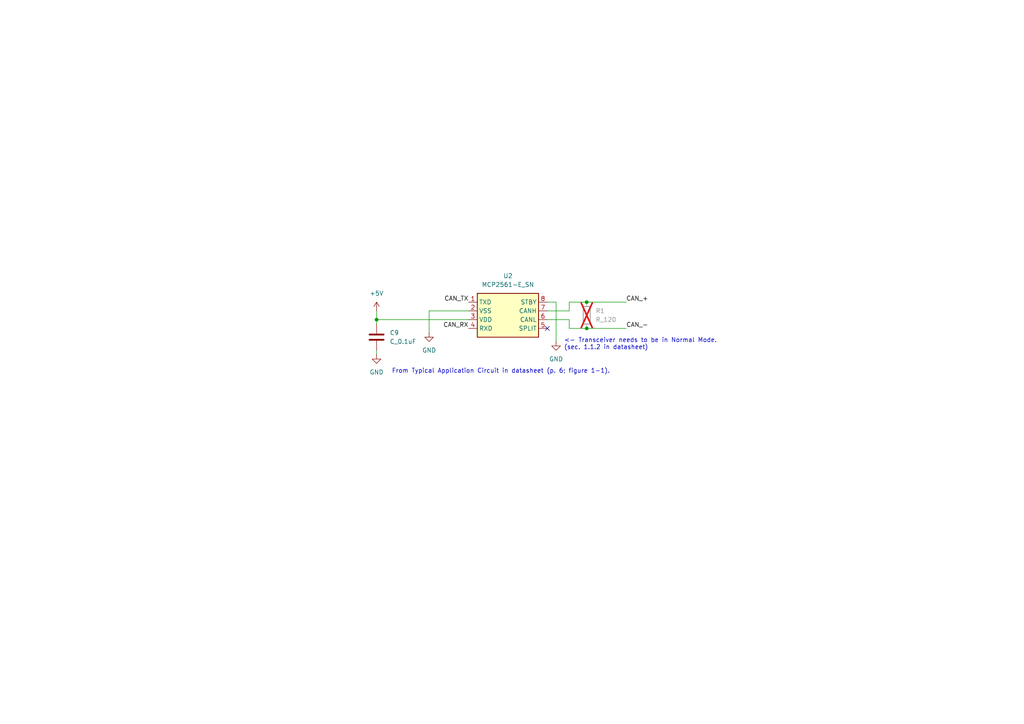
<source format=kicad_sch>
(kicad_sch
	(version 20250114)
	(generator "eeschema")
	(generator_version "9.0")
	(uuid "26802b0e-179f-46ee-ae5e-894cf6299538")
	(paper "A4")
	(lib_symbols
		(symbol "OEM:C_0.1uF_16V_0603"
			(pin_numbers
				(hide yes)
			)
			(pin_names
				(offset 0.254)
			)
			(exclude_from_sim no)
			(in_bom yes)
			(on_board yes)
			(property "Reference" "C"
				(at 0.635 2.54 0)
				(effects
					(font
						(size 1.27 1.27)
					)
					(justify left)
				)
			)
			(property "Value" "C_0.1uF_16V"
				(at 0.635 -2.54 0)
				(effects
					(font
						(size 1.27 1.27)
					)
					(justify left)
				)
			)
			(property "Footprint" "OEM:C_0603_1608Metric"
				(at 0.9652 -3.81 0)
				(effects
					(font
						(size 1.27 1.27)
					)
					(hide yes)
				)
			)
			(property "Datasheet" "https://www.mouser.com/datasheet/3/72/1/KEM_C1005_Y5V_SMD.pdf"
				(at 0 0 0)
				(effects
					(font
						(size 1.27 1.27)
					)
					(hide yes)
				)
			)
			(property "Description" "CAP CER 0.1UF 16V Y5V 0603"
				(at 0 0 0)
				(effects
					(font
						(size 1.27 1.27)
					)
					(hide yes)
				)
			)
			(property "MPN" "C0603C104Z4VACTU"
				(at 0 0 0)
				(effects
					(font
						(size 1.27 1.27)
					)
					(hide yes)
				)
			)
			(property "ki_keywords" "cap capacitor"
				(at 0 0 0)
				(effects
					(font
						(size 1.27 1.27)
					)
					(hide yes)
				)
			)
			(property "ki_fp_filters" "C_*"
				(at 0 0 0)
				(effects
					(font
						(size 1.27 1.27)
					)
					(hide yes)
				)
			)
			(symbol "C_0.1uF_16V_0603_0_1"
				(polyline
					(pts
						(xy -2.032 0.762) (xy 2.032 0.762)
					)
					(stroke
						(width 0.508)
						(type default)
					)
					(fill
						(type none)
					)
				)
				(polyline
					(pts
						(xy -2.032 -0.762) (xy 2.032 -0.762)
					)
					(stroke
						(width 0.508)
						(type default)
					)
					(fill
						(type none)
					)
				)
			)
			(symbol "C_0.1uF_16V_0603_1_1"
				(pin passive line
					(at 0 3.81 270)
					(length 2.794)
					(name "~"
						(effects
							(font
								(size 1.27 1.27)
							)
						)
					)
					(number "1"
						(effects
							(font
								(size 1.27 1.27)
							)
						)
					)
				)
				(pin passive line
					(at 0 -3.81 90)
					(length 2.794)
					(name "~"
						(effects
							(font
								(size 1.27 1.27)
							)
						)
					)
					(number "2"
						(effects
							(font
								(size 1.27 1.27)
							)
						)
					)
				)
			)
			(embedded_fonts no)
		)
		(symbol "OEM:R_120_0.1W_0603"
			(pin_numbers
				(hide yes)
			)
			(pin_names
				(offset 0)
			)
			(exclude_from_sim no)
			(in_bom yes)
			(on_board yes)
			(property "Reference" "R"
				(at 2.032 0 90)
				(effects
					(font
						(size 1.27 1.27)
					)
				)
			)
			(property "Value" "R_120_0.1W"
				(at 0 0 90)
				(effects
					(font
						(size 1.27 1.27)
					)
				)
			)
			(property "Footprint" "OEM:R_0603_1608Metric"
				(at -1.778 0 90)
				(effects
					(font
						(size 1.27 1.27)
					)
					(hide yes)
				)
			)
			(property "Datasheet" "https://www.mouser.com/datasheet/3/508/1/PYu-RC_Group_51_RoHS_L_12.pdf"
				(at 0 0 0)
				(effects
					(font
						(size 1.27 1.27)
					)
					(hide yes)
				)
			)
			(property "Description" "RES 120 OHM 1% 1/10W 0603"
				(at 0 0 0)
				(effects
					(font
						(size 1.27 1.27)
					)
					(hide yes)
				)
			)
			(property "MPN" "RC0603FR-13120RL"
				(at 0 0 0)
				(effects
					(font
						(size 1.27 1.27)
					)
					(hide yes)
				)
			)
			(property "ki_keywords" "R res resistor"
				(at 0 0 0)
				(effects
					(font
						(size 1.27 1.27)
					)
					(hide yes)
				)
			)
			(property "ki_fp_filters" "R_*"
				(at 0 0 0)
				(effects
					(font
						(size 1.27 1.27)
					)
					(hide yes)
				)
			)
			(symbol "R_120_0.1W_0603_0_1"
				(rectangle
					(start -1.016 -2.54)
					(end 1.016 2.54)
					(stroke
						(width 0.254)
						(type default)
					)
					(fill
						(type none)
					)
				)
			)
			(symbol "R_120_0.1W_0603_1_1"
				(pin passive line
					(at 0 3.81 270)
					(length 1.27)
					(name "~"
						(effects
							(font
								(size 1.27 1.27)
							)
						)
					)
					(number "1"
						(effects
							(font
								(size 1.27 1.27)
							)
						)
					)
				)
				(pin passive line
					(at 0 -3.81 90)
					(length 1.27)
					(name "~"
						(effects
							(font
								(size 1.27 1.27)
							)
						)
					)
					(number "2"
						(effects
							(font
								(size 1.27 1.27)
							)
						)
					)
				)
			)
			(embedded_fonts no)
		)
		(symbol "OEM:U_CAN-Transceiver_MCP2561-E_SN_SOIC-8"
			(exclude_from_sim no)
			(in_bom yes)
			(on_board yes)
			(property "Reference" "U2"
				(at 0 11.43 0)
				(effects
					(font
						(size 1.27 1.27)
					)
				)
			)
			(property "Value" "MCP2561-E_SN"
				(at 0 8.89 0)
				(effects
					(font
						(size 1.27 1.27)
					)
				)
			)
			(property "Footprint" "OEM:SOIC-8_3.9x4.9mm_P1.27mm"
				(at 10.16 -91.11 0)
				(effects
					(font
						(size 1.27 1.27)
					)
					(justify left top)
					(hide yes)
				)
			)
			(property "Datasheet" "https://www.mouser.com/datasheet/3/282/1/20005167C.pdf"
				(at 10.16 -191.11 0)
				(effects
					(font
						(size 1.27 1.27)
					)
					(justify left top)
					(hide yes)
				)
			)
			(property "Description" "IC TRANSCEIVER HALF 1/1 8SOIC"
				(at -13.97 3.81 0)
				(effects
					(font
						(size 1.27 1.27)
					)
					(hide yes)
				)
			)
			(property "MPN" "MCP2561-E/SN"
				(at 10.16 -791.11 0)
				(effects
					(font
						(size 1.27 1.27)
					)
					(justify left top)
					(hide yes)
				)
			)
			(symbol "U_CAN-Transceiver_MCP2561-E_SN_SOIC-8_1_1"
				(rectangle
					(start -8.89 6.35)
					(end 8.89 -6.35)
					(stroke
						(width 0.254)
						(type default)
					)
					(fill
						(type background)
					)
				)
				(pin passive line
					(at -11.43 3.81 0)
					(length 2.54)
					(name "TXD"
						(effects
							(font
								(size 1.27 1.27)
							)
						)
					)
					(number "1"
						(effects
							(font
								(size 1.27 1.27)
							)
						)
					)
				)
				(pin passive line
					(at -11.43 1.27 0)
					(length 2.54)
					(name "VSS"
						(effects
							(font
								(size 1.27 1.27)
							)
						)
					)
					(number "2"
						(effects
							(font
								(size 1.27 1.27)
							)
						)
					)
				)
				(pin passive line
					(at -11.43 -1.27 0)
					(length 2.54)
					(name "VDD"
						(effects
							(font
								(size 1.27 1.27)
							)
						)
					)
					(number "3"
						(effects
							(font
								(size 1.27 1.27)
							)
						)
					)
				)
				(pin passive line
					(at -11.43 -3.81 0)
					(length 2.54)
					(name "RXD"
						(effects
							(font
								(size 1.27 1.27)
							)
						)
					)
					(number "4"
						(effects
							(font
								(size 1.27 1.27)
							)
						)
					)
				)
				(pin passive line
					(at 11.43 3.81 180)
					(length 2.54)
					(name "STBY"
						(effects
							(font
								(size 1.27 1.27)
							)
						)
					)
					(number "8"
						(effects
							(font
								(size 1.27 1.27)
							)
						)
					)
				)
				(pin passive line
					(at 11.43 1.27 180)
					(length 2.54)
					(name "CANH"
						(effects
							(font
								(size 1.27 1.27)
							)
						)
					)
					(number "7"
						(effects
							(font
								(size 1.27 1.27)
							)
						)
					)
				)
				(pin passive line
					(at 11.43 -1.27 180)
					(length 2.54)
					(name "CANL"
						(effects
							(font
								(size 1.27 1.27)
							)
						)
					)
					(number "6"
						(effects
							(font
								(size 1.27 1.27)
							)
						)
					)
				)
				(pin passive line
					(at 11.43 -3.81 180)
					(length 2.54)
					(name "SPLIT"
						(effects
							(font
								(size 1.27 1.27)
							)
						)
					)
					(number "5"
						(effects
							(font
								(size 1.27 1.27)
							)
						)
					)
				)
			)
			(embedded_fonts no)
		)
		(symbol "power:+5V"
			(power)
			(pin_numbers
				(hide yes)
			)
			(pin_names
				(offset 0)
				(hide yes)
			)
			(exclude_from_sim no)
			(in_bom yes)
			(on_board yes)
			(property "Reference" "#PWR"
				(at 0 -3.81 0)
				(effects
					(font
						(size 1.27 1.27)
					)
					(hide yes)
				)
			)
			(property "Value" "+5V"
				(at 0 3.556 0)
				(effects
					(font
						(size 1.27 1.27)
					)
				)
			)
			(property "Footprint" ""
				(at 0 0 0)
				(effects
					(font
						(size 1.27 1.27)
					)
					(hide yes)
				)
			)
			(property "Datasheet" ""
				(at 0 0 0)
				(effects
					(font
						(size 1.27 1.27)
					)
					(hide yes)
				)
			)
			(property "Description" "Power symbol creates a global label with name \"+5V\""
				(at 0 0 0)
				(effects
					(font
						(size 1.27 1.27)
					)
					(hide yes)
				)
			)
			(property "ki_keywords" "global power"
				(at 0 0 0)
				(effects
					(font
						(size 1.27 1.27)
					)
					(hide yes)
				)
			)
			(symbol "+5V_0_1"
				(polyline
					(pts
						(xy -0.762 1.27) (xy 0 2.54)
					)
					(stroke
						(width 0)
						(type default)
					)
					(fill
						(type none)
					)
				)
				(polyline
					(pts
						(xy 0 2.54) (xy 0.762 1.27)
					)
					(stroke
						(width 0)
						(type default)
					)
					(fill
						(type none)
					)
				)
				(polyline
					(pts
						(xy 0 0) (xy 0 2.54)
					)
					(stroke
						(width 0)
						(type default)
					)
					(fill
						(type none)
					)
				)
			)
			(symbol "+5V_1_1"
				(pin power_in line
					(at 0 0 90)
					(length 0)
					(name "~"
						(effects
							(font
								(size 1.27 1.27)
							)
						)
					)
					(number "1"
						(effects
							(font
								(size 1.27 1.27)
							)
						)
					)
				)
			)
			(embedded_fonts no)
		)
		(symbol "power:GND"
			(power)
			(pin_numbers
				(hide yes)
			)
			(pin_names
				(offset 0)
				(hide yes)
			)
			(exclude_from_sim no)
			(in_bom yes)
			(on_board yes)
			(property "Reference" "#PWR"
				(at 0 -6.35 0)
				(effects
					(font
						(size 1.27 1.27)
					)
					(hide yes)
				)
			)
			(property "Value" "GND"
				(at 0 -3.81 0)
				(effects
					(font
						(size 1.27 1.27)
					)
				)
			)
			(property "Footprint" ""
				(at 0 0 0)
				(effects
					(font
						(size 1.27 1.27)
					)
					(hide yes)
				)
			)
			(property "Datasheet" ""
				(at 0 0 0)
				(effects
					(font
						(size 1.27 1.27)
					)
					(hide yes)
				)
			)
			(property "Description" "Power symbol creates a global label with name \"GND\" , ground"
				(at 0 0 0)
				(effects
					(font
						(size 1.27 1.27)
					)
					(hide yes)
				)
			)
			(property "ki_keywords" "global power"
				(at 0 0 0)
				(effects
					(font
						(size 1.27 1.27)
					)
					(hide yes)
				)
			)
			(symbol "GND_0_1"
				(polyline
					(pts
						(xy 0 0) (xy 0 -1.27) (xy 1.27 -1.27) (xy 0 -2.54) (xy -1.27 -1.27) (xy 0 -1.27)
					)
					(stroke
						(width 0)
						(type default)
					)
					(fill
						(type none)
					)
				)
			)
			(symbol "GND_1_1"
				(pin power_in line
					(at 0 0 270)
					(length 0)
					(name "~"
						(effects
							(font
								(size 1.27 1.27)
							)
						)
					)
					(number "1"
						(effects
							(font
								(size 1.27 1.27)
							)
						)
					)
				)
			)
			(embedded_fonts no)
		)
	)
	(text "<- Transceiver needs to be in Normal Mode.\n(sec. 1.1.2 in datasheet)"
		(exclude_from_sim no)
		(at 163.576 99.822 0)
		(effects
			(font
				(size 1.27 1.27)
			)
			(justify left)
		)
		(uuid "cc716604-23fd-4f48-b6ac-4440d98bcf7c")
	)
	(text "From Typical Application Circuit in datasheet (p. 6; figure 1-1)."
		(exclude_from_sim no)
		(at 145.288 107.696 0)
		(effects
			(font
				(size 1.27 1.27)
			)
		)
		(uuid "d75c675b-491e-4083-acb2-0a48f516932b")
	)
	(junction
		(at 109.22 92.71)
		(diameter 0)
		(color 0 0 0 0)
		(uuid "0efaa7c0-b6b7-4758-b927-69e7e98394e4")
	)
	(junction
		(at 170.18 87.63)
		(diameter 0)
		(color 0 0 0 0)
		(uuid "9b4d3022-73d6-444a-a306-67cfdff9bcfa")
	)
	(junction
		(at 170.18 95.25)
		(diameter 0)
		(color 0 0 0 0)
		(uuid "9d7354db-138e-4f73-879d-b43c6467f8dc")
	)
	(no_connect
		(at 158.75 95.25)
		(uuid "667bb628-81d4-466c-98ed-e84ad5ccba8d")
	)
	(wire
		(pts
			(xy 135.89 90.17) (xy 124.46 90.17)
		)
		(stroke
			(width 0)
			(type default)
		)
		(uuid "143337c6-e1b5-44e1-a1f4-e28cbc851aec")
	)
	(wire
		(pts
			(xy 124.46 90.17) (xy 124.46 96.52)
		)
		(stroke
			(width 0)
			(type default)
		)
		(uuid "1582445a-373c-402c-b2c8-e9e37652f785")
	)
	(wire
		(pts
			(xy 165.1 95.25) (xy 170.18 95.25)
		)
		(stroke
			(width 0)
			(type default)
		)
		(uuid "37cde7de-5cd8-49ad-bfbe-1326c0800988")
	)
	(wire
		(pts
			(xy 158.75 87.63) (xy 161.29 87.63)
		)
		(stroke
			(width 0)
			(type default)
		)
		(uuid "4663c757-60de-4753-a307-e6970a118727")
	)
	(wire
		(pts
			(xy 109.22 90.17) (xy 109.22 92.71)
		)
		(stroke
			(width 0)
			(type default)
		)
		(uuid "65a9b9bb-e57a-401b-9bcf-a1771f4ffabc")
	)
	(wire
		(pts
			(xy 170.18 95.25) (xy 181.61 95.25)
		)
		(stroke
			(width 0)
			(type default)
		)
		(uuid "662ab8cc-4189-4b3a-8d53-d8d6117bee46")
	)
	(wire
		(pts
			(xy 109.22 102.87) (xy 109.22 101.6)
		)
		(stroke
			(width 0)
			(type default)
		)
		(uuid "67d5cc6b-a1bf-4c1b-9d46-2a3b5e14a055")
	)
	(wire
		(pts
			(xy 161.29 87.63) (xy 161.29 99.06)
		)
		(stroke
			(width 0)
			(type default)
		)
		(uuid "6b6ac33b-d921-4005-ab57-37aac0b5926a")
	)
	(wire
		(pts
			(xy 170.18 87.63) (xy 181.61 87.63)
		)
		(stroke
			(width 0)
			(type default)
		)
		(uuid "7e6aebeb-4c0d-4b1b-b8c4-b14844cb57e0")
	)
	(wire
		(pts
			(xy 165.1 90.17) (xy 165.1 87.63)
		)
		(stroke
			(width 0)
			(type default)
		)
		(uuid "83b24d27-60ac-409f-9f6c-af488f262c73")
	)
	(wire
		(pts
			(xy 165.1 87.63) (xy 170.18 87.63)
		)
		(stroke
			(width 0)
			(type default)
		)
		(uuid "86e559b8-a781-4771-a974-6e94c0c16d93")
	)
	(wire
		(pts
			(xy 158.75 90.17) (xy 165.1 90.17)
		)
		(stroke
			(width 0)
			(type default)
		)
		(uuid "9012f628-6347-427f-860a-51fc464b24c3")
	)
	(wire
		(pts
			(xy 165.1 92.71) (xy 165.1 95.25)
		)
		(stroke
			(width 0)
			(type default)
		)
		(uuid "b1bf3ca3-6504-4fa4-92a4-029e4d69524d")
	)
	(wire
		(pts
			(xy 109.22 92.71) (xy 135.89 92.71)
		)
		(stroke
			(width 0)
			(type default)
		)
		(uuid "bfd2a6f3-8ea6-40d2-b90f-8e2c9828ecd2")
	)
	(wire
		(pts
			(xy 158.75 92.71) (xy 165.1 92.71)
		)
		(stroke
			(width 0)
			(type default)
		)
		(uuid "c5dea074-38cb-4cb9-acfa-8767b77824da")
	)
	(wire
		(pts
			(xy 109.22 93.98) (xy 109.22 92.71)
		)
		(stroke
			(width 0)
			(type default)
		)
		(uuid "dbc3c499-7994-433a-8765-8780a2d0166d")
	)
	(label "CAN_-"
		(at 181.61 95.25 0)
		(effects
			(font
				(size 1.27 1.27)
			)
			(justify left bottom)
		)
		(uuid "2e8ef59a-04eb-4639-a11c-95f928395c19")
	)
	(label "CAN_TX"
		(at 135.89 87.63 180)
		(effects
			(font
				(size 1.27 1.27)
			)
			(justify right bottom)
		)
		(uuid "2fc7685c-11fd-4b3d-bcdb-a67c3a722d3c")
	)
	(label "CAN_+"
		(at 181.61 87.63 0)
		(effects
			(font
				(size 1.27 1.27)
			)
			(justify left bottom)
		)
		(uuid "38dee5d2-4633-4792-9d30-762458fe6bd0")
	)
	(label "CAN_RX"
		(at 135.89 95.25 180)
		(effects
			(font
				(size 1.27 1.27)
			)
			(justify right bottom)
		)
		(uuid "78f57336-e11b-46c8-856c-6c3031344505")
	)
	(symbol
		(lib_id "OEM:U_CAN-Transceiver_MCP2561-E_SN_SOIC-8")
		(at 147.32 91.44 0)
		(unit 1)
		(exclude_from_sim no)
		(in_bom yes)
		(on_board yes)
		(dnp no)
		(fields_autoplaced yes)
		(uuid "02b9177c-aa00-4cf7-925a-eefe74854578")
		(property "Reference" "U2"
			(at 147.32 80.01 0)
			(effects
				(font
					(size 1.27 1.27)
				)
			)
		)
		(property "Value" "MCP2561-E_SN"
			(at 147.32 82.55 0)
			(effects
				(font
					(size 1.27 1.27)
				)
			)
		)
		(property "Footprint" "OEM:SOIC-8_3.9x4.9mm_P1.27mm"
			(at 157.48 182.55 0)
			(effects
				(font
					(size 1.27 1.27)
				)
				(justify left top)
				(hide yes)
			)
		)
		(property "Datasheet" "https://www.mouser.com/datasheet/3/282/1/20005167C.pdf"
			(at 157.48 282.55 0)
			(effects
				(font
					(size 1.27 1.27)
				)
				(justify left top)
				(hide yes)
			)
		)
		(property "Description" "IC TRANSCEIVER HALF 1/1 8SOIC"
			(at 133.35 87.63 0)
			(effects
				(font
					(size 1.27 1.27)
				)
				(hide yes)
			)
		)
		(property "MPN" "MCP2561-E/SN"
			(at 157.48 882.55 0)
			(effects
				(font
					(size 1.27 1.27)
				)
				(justify left top)
				(hide yes)
			)
		)
		(pin "4"
			(uuid "e61748d9-2389-46f9-bb41-9b3585803938")
		)
		(pin "7"
			(uuid "6b48eb3f-6cd1-46e3-bef0-a26f3bb2bd59")
		)
		(pin "8"
			(uuid "d628bb5f-10b8-4f83-985c-5f06fc6d382e")
		)
		(pin "5"
			(uuid "992494a8-430e-4a2a-b5b5-a38cedc4f25f")
		)
		(pin "3"
			(uuid "b357b321-bba4-44d2-aeaf-34120d83cdca")
		)
		(pin "2"
			(uuid "91c45ead-8c7a-471e-b279-eae61f77a4e4")
		)
		(pin "1"
			(uuid "80ae9ec1-0c08-4161-85eb-64516e64af83")
		)
		(pin "6"
			(uuid "02dbc74b-1eab-48b9-8c55-f01ec686116b")
		)
		(instances
			(project "VCU"
				(path "/ec5dd9e3-3092-4af4-bee1-94131d9ab7f8/1fbf5f43-953c-474c-bc3f-37bfc3d0bb2e"
					(reference "U2")
					(unit 1)
				)
			)
		)
	)
	(symbol
		(lib_id "power:GND")
		(at 109.22 102.87 0)
		(unit 1)
		(exclude_from_sim no)
		(in_bom yes)
		(on_board yes)
		(dnp no)
		(fields_autoplaced yes)
		(uuid "16cd8716-7be2-462b-81af-47bf51ac2c55")
		(property "Reference" "#PWR?"
			(at 109.22 109.22 0)
			(effects
				(font
					(size 1.27 1.27)
				)
				(hide yes)
			)
		)
		(property "Value" "GND"
			(at 109.22 107.95 0)
			(effects
				(font
					(size 1.27 1.27)
				)
			)
		)
		(property "Footprint" ""
			(at 109.22 102.87 0)
			(effects
				(font
					(size 1.27 1.27)
				)
				(hide yes)
			)
		)
		(property "Datasheet" ""
			(at 109.22 102.87 0)
			(effects
				(font
					(size 1.27 1.27)
				)
				(hide yes)
			)
		)
		(property "Description" "Power symbol creates a global label with name \"GND\" , ground"
			(at 109.22 102.87 0)
			(effects
				(font
					(size 1.27 1.27)
				)
				(hide yes)
			)
		)
		(pin "1"
			(uuid "cc22f851-3af0-4229-93c9-8cab9e12bbb1")
		)
		(instances
			(project "VCU"
				(path "/ec5dd9e3-3092-4af4-bee1-94131d9ab7f8/1fbf5f43-953c-474c-bc3f-37bfc3d0bb2e"
					(reference "#PWR?")
					(unit 1)
				)
			)
		)
	)
	(symbol
		(lib_id "OEM:R_120_0.1W_0603")
		(at 170.18 91.44 0)
		(unit 1)
		(exclude_from_sim no)
		(in_bom no)
		(on_board no)
		(dnp yes)
		(fields_autoplaced yes)
		(uuid "3c59f054-26d4-4f0c-9fd3-3323ed77e161")
		(property "Reference" "R1"
			(at 172.72 90.1699 0)
			(effects
				(font
					(size 1.27 1.27)
				)
				(justify left)
			)
		)
		(property "Value" "R_120"
			(at 172.72 92.7099 0)
			(effects
				(font
					(size 1.27 1.27)
				)
				(justify left)
			)
		)
		(property "Footprint" "OEM:R_0603_1608Metric"
			(at 168.402 91.44 90)
			(effects
				(font
					(size 1.27 1.27)
				)
				(hide yes)
			)
		)
		(property "Datasheet" "https://www.mouser.com/datasheet/3/508/1/PYu-RC_Group_51_RoHS_L_12.pdf"
			(at 170.18 91.44 0)
			(effects
				(font
					(size 1.27 1.27)
				)
				(hide yes)
			)
		)
		(property "Description" "RES 120 OHM 1% 1/10W 0603"
			(at 170.18 91.44 0)
			(effects
				(font
					(size 1.27 1.27)
				)
				(hide yes)
			)
		)
		(property "MPN" "RC0603FR-13120RL"
			(at 170.18 91.44 0)
			(effects
				(font
					(size 1.27 1.27)
				)
				(hide yes)
			)
		)
		(pin "2"
			(uuid "bc9a95d0-a184-4aaf-8015-2e4f41ae7cf9")
		)
		(pin "1"
			(uuid "69b1c155-3ac0-47db-8081-6d912b6d697e")
		)
		(instances
			(project "VCU"
				(path "/ec5dd9e3-3092-4af4-bee1-94131d9ab7f8/1fbf5f43-953c-474c-bc3f-37bfc3d0bb2e"
					(reference "R1")
					(unit 1)
				)
			)
		)
	)
	(symbol
		(lib_id "power:GND")
		(at 124.46 96.52 0)
		(unit 1)
		(exclude_from_sim no)
		(in_bom yes)
		(on_board yes)
		(dnp no)
		(fields_autoplaced yes)
		(uuid "890f6b8d-ca4c-44a6-9f80-fee032f8f9f2")
		(property "Reference" "#PWR?"
			(at 124.46 102.87 0)
			(effects
				(font
					(size 1.27 1.27)
				)
				(hide yes)
			)
		)
		(property "Value" "GND"
			(at 124.46 101.6 0)
			(effects
				(font
					(size 1.27 1.27)
				)
			)
		)
		(property "Footprint" ""
			(at 124.46 96.52 0)
			(effects
				(font
					(size 1.27 1.27)
				)
				(hide yes)
			)
		)
		(property "Datasheet" ""
			(at 124.46 96.52 0)
			(effects
				(font
					(size 1.27 1.27)
				)
				(hide yes)
			)
		)
		(property "Description" "Power symbol creates a global label with name \"GND\" , ground"
			(at 124.46 96.52 0)
			(effects
				(font
					(size 1.27 1.27)
				)
				(hide yes)
			)
		)
		(pin "1"
			(uuid "d65a90ae-da50-4e0f-b2ec-20657c019e30")
		)
		(instances
			(project "VCU"
				(path "/ec5dd9e3-3092-4af4-bee1-94131d9ab7f8/1fbf5f43-953c-474c-bc3f-37bfc3d0bb2e"
					(reference "#PWR?")
					(unit 1)
				)
			)
		)
	)
	(symbol
		(lib_id "OEM:C_0.1uF_16V_0603")
		(at 109.22 97.79 0)
		(unit 1)
		(exclude_from_sim no)
		(in_bom yes)
		(on_board yes)
		(dnp no)
		(fields_autoplaced yes)
		(uuid "e40d2d65-56de-4926-b6fb-d7b53879843d")
		(property "Reference" "C9"
			(at 113.03 96.5199 0)
			(effects
				(font
					(size 1.27 1.27)
				)
				(justify left)
			)
		)
		(property "Value" "C_0.1uF"
			(at 113.03 99.0599 0)
			(effects
				(font
					(size 1.27 1.27)
				)
				(justify left)
			)
		)
		(property "Footprint" "OEM:C_0603_1608Metric"
			(at 110.1852 101.6 0)
			(effects
				(font
					(size 1.27 1.27)
				)
				(hide yes)
			)
		)
		(property "Datasheet" "https://www.mouser.com/datasheet/3/72/1/KEM_C1005_Y5V_SMD.pdf"
			(at 109.22 97.79 0)
			(effects
				(font
					(size 1.27 1.27)
				)
				(hide yes)
			)
		)
		(property "Description" "CAP CER 0.1UF 16V Y5V 0603"
			(at 109.22 97.79 0)
			(effects
				(font
					(size 1.27 1.27)
				)
				(hide yes)
			)
		)
		(property "MPN" "C0603C104Z4VACTU"
			(at 109.22 97.79 0)
			(effects
				(font
					(size 1.27 1.27)
				)
				(hide yes)
			)
		)
		(pin "1"
			(uuid "c8bc7639-e80e-45c7-ba20-dd6340f1e476")
		)
		(pin "2"
			(uuid "01f80a9d-e186-4795-95be-31e0cc546b74")
		)
		(instances
			(project "VCU"
				(path "/ec5dd9e3-3092-4af4-bee1-94131d9ab7f8/1fbf5f43-953c-474c-bc3f-37bfc3d0bb2e"
					(reference "C9")
					(unit 1)
				)
			)
		)
	)
	(symbol
		(lib_id "power:GND")
		(at 161.29 99.06 0)
		(unit 1)
		(exclude_from_sim no)
		(in_bom yes)
		(on_board yes)
		(dnp no)
		(fields_autoplaced yes)
		(uuid "e79bff11-84dd-4094-a308-090014726a51")
		(property "Reference" "#PWR?"
			(at 161.29 105.41 0)
			(effects
				(font
					(size 1.27 1.27)
				)
				(hide yes)
			)
		)
		(property "Value" "GND"
			(at 161.29 104.14 0)
			(effects
				(font
					(size 1.27 1.27)
				)
			)
		)
		(property "Footprint" ""
			(at 161.29 99.06 0)
			(effects
				(font
					(size 1.27 1.27)
				)
				(hide yes)
			)
		)
		(property "Datasheet" ""
			(at 161.29 99.06 0)
			(effects
				(font
					(size 1.27 1.27)
				)
				(hide yes)
			)
		)
		(property "Description" "Power symbol creates a global label with name \"GND\" , ground"
			(at 161.29 99.06 0)
			(effects
				(font
					(size 1.27 1.27)
				)
				(hide yes)
			)
		)
		(pin "1"
			(uuid "55bc0ddb-a285-41f9-acc0-70b94c2cedbc")
		)
		(instances
			(project "VCU"
				(path "/ec5dd9e3-3092-4af4-bee1-94131d9ab7f8/1fbf5f43-953c-474c-bc3f-37bfc3d0bb2e"
					(reference "#PWR?")
					(unit 1)
				)
			)
		)
	)
	(symbol
		(lib_id "power:+5V")
		(at 109.22 90.17 0)
		(unit 1)
		(exclude_from_sim no)
		(in_bom yes)
		(on_board yes)
		(dnp no)
		(fields_autoplaced yes)
		(uuid "f4162e60-186e-4482-a237-e7bdae164074")
		(property "Reference" "#PWR?"
			(at 109.22 93.98 0)
			(effects
				(font
					(size 1.27 1.27)
				)
				(hide yes)
			)
		)
		(property "Value" "+5V"
			(at 109.22 85.09 0)
			(effects
				(font
					(size 1.27 1.27)
				)
			)
		)
		(property "Footprint" ""
			(at 109.22 90.17 0)
			(effects
				(font
					(size 1.27 1.27)
				)
				(hide yes)
			)
		)
		(property "Datasheet" ""
			(at 109.22 90.17 0)
			(effects
				(font
					(size 1.27 1.27)
				)
				(hide yes)
			)
		)
		(property "Description" "Power symbol creates a global label with name \"+5V\""
			(at 109.22 90.17 0)
			(effects
				(font
					(size 1.27 1.27)
				)
				(hide yes)
			)
		)
		(pin "1"
			(uuid "84531b3f-eeb5-43be-8e4b-d6d70d8a0374")
		)
		(instances
			(project "VCU"
				(path "/ec5dd9e3-3092-4af4-bee1-94131d9ab7f8/1fbf5f43-953c-474c-bc3f-37bfc3d0bb2e"
					(reference "#PWR?")
					(unit 1)
				)
			)
		)
	)
)

</source>
